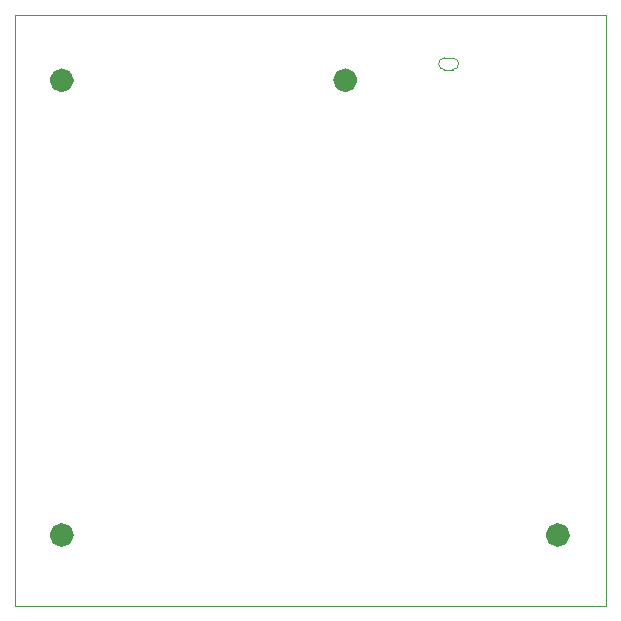
<source format=gm1>
G04 #@! TF.GenerationSoftware,KiCad,Pcbnew,9.0.3*
G04 #@! TF.CreationDate,2025-08-23T15:15:08+02:00*
G04 #@! TF.ProjectId,fw-anwesenheit,66772d61-6e77-4657-9365-6e686569742e,rev?*
G04 #@! TF.SameCoordinates,Original*
G04 #@! TF.FileFunction,Profile,NP*
%FSLAX46Y46*%
G04 Gerber Fmt 4.6, Leading zero omitted, Abs format (unit mm)*
G04 Created by KiCad (PCBNEW 9.0.3) date 2025-08-23 15:15:08*
%MOMM*%
%LPD*%
G01*
G04 APERTURE LIST*
G04 #@! TA.AperFunction,Profile*
%ADD10C,1.025000*%
G04 #@! TD*
G04 #@! TA.AperFunction,Profile*
%ADD11C,0.050000*%
G04 #@! TD*
G04 #@! TA.AperFunction,Profile*
%ADD12C,0.010000*%
G04 #@! TD*
G04 APERTURE END LIST*
D10*
X85512500Y-123500000D02*
G75*
G02*
X84487500Y-123500000I-512500J0D01*
G01*
X84487500Y-123500000D02*
G75*
G02*
X85512500Y-123500000I512500J0D01*
G01*
X85512500Y-85000000D02*
G75*
G02*
X84487500Y-85000000I-512500J0D01*
G01*
X84487500Y-85000000D02*
G75*
G02*
X85512500Y-85000000I512500J0D01*
G01*
D11*
X81045000Y-79502000D02*
X131045000Y-79502000D01*
X131045000Y-129502000D01*
X81045000Y-129502000D01*
X81045000Y-79502000D01*
D10*
X127512500Y-123500000D02*
G75*
G02*
X126487500Y-123500000I-512500J0D01*
G01*
X126487500Y-123500000D02*
G75*
G02*
X127512500Y-123500000I512500J0D01*
G01*
X109512500Y-85000000D02*
G75*
G02*
X108487500Y-85000000I-512500J0D01*
G01*
X108487500Y-85000000D02*
G75*
G02*
X109512500Y-85000000I512500J0D01*
G01*
D12*
X117400000Y-83100000D02*
X118100000Y-83100000D01*
X118100000Y-84100000D02*
X117400000Y-84100000D01*
X116900000Y-83600000D02*
G75*
G02*
X117400000Y-83100000I500000J0D01*
G01*
X117400000Y-84100000D02*
G75*
G02*
X116900000Y-83600000I0J500000D01*
G01*
X118100000Y-83100000D02*
G75*
G02*
X118600000Y-83600000I0J-500000D01*
G01*
X118600000Y-83600000D02*
G75*
G02*
X118100000Y-84100000I-500000J0D01*
G01*
M02*

</source>
